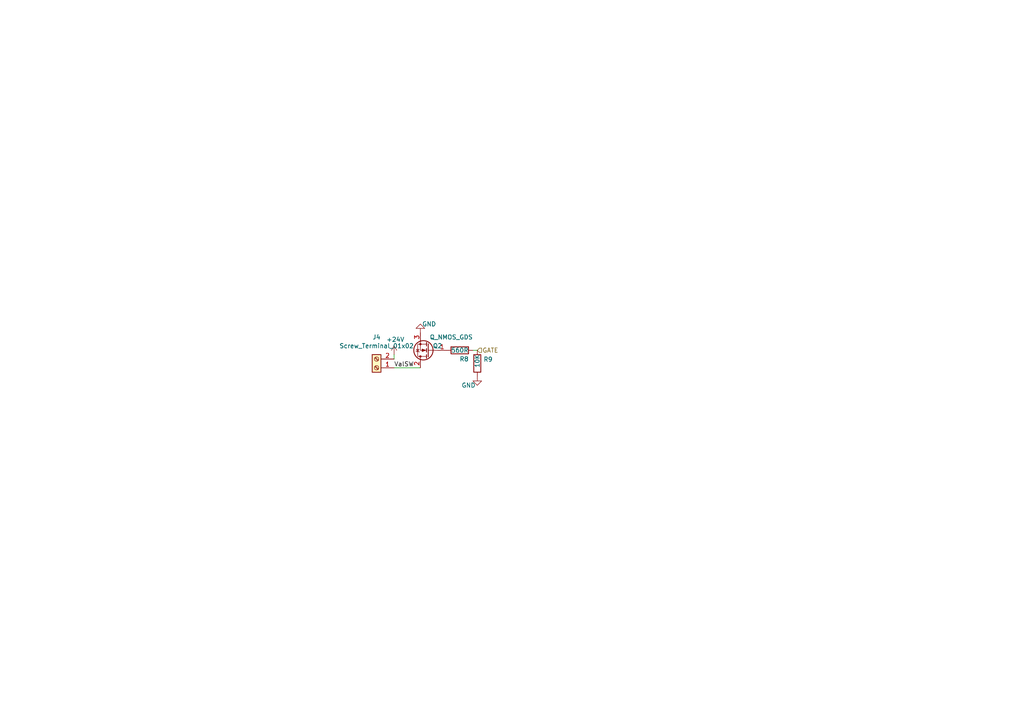
<source format=kicad_sch>
(kicad_sch (version 20211123) (generator eeschema)
  (paper "A4")
  (lib_symbols
    (symbol "Connector:Screw_Terminal_01x02" (pin_names (offset 1.016) hide)
      (property "Reference" "J" (at 0 2.54 0))
      (property "Value" "Screw_Terminal_01x02" (at 0 -5.08 0))
      (symbol "Screw_Terminal_01x02_1_1"
        (rectangle (start -1.27 1.27) (end 1.27 -3.81) (stroke (width 0.254)) (fill (type background)))
        (circle (center 0 -2.54) (radius 0.635) (stroke (width 0.1524)))
        (polyline (pts (xy -0.5334 -2.2098) (xy 0.3302 -3.048)) (stroke (width 0.1524)))
        (polyline (pts (xy -0.5334 0.3302) (xy 0.3302 -0.508)) (stroke (width 0.1524)))
        (polyline (pts (xy -0.3556 -2.032) (xy 0.508 -2.8702)) (stroke (width 0.1524)))
        (polyline (pts (xy -0.3556 0.508) (xy 0.508 -0.3302)) (stroke (width 0.1524)))
        (circle (center 0 0) (radius 0.635) (stroke (width 0.1524)))
        (pin passive line (at -5.08 0 0) (length 3.81) (name "Pin_1") (number "1"))
        (pin passive line (at -5.08 -2.54 0) (length 3.81) (name "Pin_2") (number "2"))
      )
    )
    (symbol "Device:Q_NMOS_GDS" (pin_names (offset 0) hide)
      (property "Reference" "Q" (at 5.08 1.27 0))
      (property "Value" "Q_NMOS_GDS" (at 5.08 -1.27 0))
      (symbol "Q_NMOS_GDS_0_1"
        (polyline (pts (xy 0.254 0) (xy -2.54 0)))
        (polyline (pts (xy 0.254 1.905) (xy 0.254 -1.905)) (stroke (width 0.254)))
        (polyline (pts (xy 0.762 -1.27) (xy 0.762 -2.286)) (stroke (width 0.254)))
        (polyline (pts (xy 0.762 0.508) (xy 0.762 -0.508)) (stroke (width 0.254)))
        (polyline (pts (xy 0.762 2.286) (xy 0.762 1.27)) (stroke (width 0.254)))
        (polyline (pts (xy 2.54 2.54) (xy 2.54 1.778)))
        (polyline (pts (xy 2.54 -2.54) (xy 2.54 0) (xy 0.762 0)))
        (polyline (pts (xy 0.762 -1.778) (xy 3.302 -1.778) (xy 3.302 1.778) (xy 0.762 1.778)))
        (polyline (pts (xy 1.016 0) (xy 2.032 0.381) (xy 2.032 -0.381) (xy 1.016 0)) (fill (type outline)))
        (polyline (pts (xy 2.794 0.508) (xy 2.921 0.381) (xy 3.683 0.381) (xy 3.81 0.254)))
        (polyline (pts (xy 3.302 0.381) (xy 2.921 -0.254) (xy 3.683 -0.254) (xy 3.302 0.381)))
        (circle (center 1.651 0) (radius 2.794) (stroke (width 0.254)))
        (circle (center 2.54 -1.778) (radius 0.254) (fill (type outline)))
        (circle (center 2.54 1.778) (radius 0.254) (fill (type outline)))
      )
      (symbol "Q_NMOS_GDS_1_1"
        (pin input line (at -5.08 0 0) (length 2.54) (name "G") (number "1"))
        (pin passive line (at 2.54 5.08 270) (length 2.54) (name "D") (number "2"))
        (pin passive line (at 2.54 -5.08 90) (length 2.54) (name "S") (number "3"))
      )
    )
    (symbol "Device:R" (pin_numbers hide) (pin_names (offset 0))
      (property "Reference" "R" (at 2.032 0 90))
      (property "Value" "R" (at 0 0 90))
      (symbol "R_0_1"
        (rectangle (start -1.016 -2.54) (end 1.016 2.54) (stroke (width 0.254)))
      )
      (symbol "R_1_1"
        (pin passive line (at 0 3.81 270) (length 1.27) (name "~") (number "1"))
        (pin passive line (at 0 -3.81 90) (length 1.27) (name "~") (number "2"))
      )
    )
    (symbol "power:+24V" (power) (pin_names (offset 0))
      (property "Value" "+24V" (at 0 3.556 0))
      (symbol "+24V_0_1"
        (polyline (pts (xy -0.762 1.27) (xy 0 2.54)))
        (polyline (pts (xy 0 0) (xy 0 2.54)))
        (polyline (pts (xy 0 2.54) (xy 0.762 1.27)))
      )
      (symbol "+24V_1_1"
        (pin power_in line (at 0 0 90) (length 0) hide (name "+24V") (number "1"))
      )
    )
    (symbol "power:GND" (power) (pin_names (offset 0))
      (property "Value" "GND" (at 0 -3.81 0))
      (symbol "GND_0_1"
        (polyline (pts (xy 0 0) (xy 0 -1.27) (xy 1.27 -1.27) (xy 0 -2.54) (xy -1.27 -1.27) (xy 0 -1.27)))
      )
      (symbol "GND_1_1"
        (pin power_in line (at 0 0 270) (length 0) hide (name "GND") (number "1"))
      )
    )
  )
  (wire (pts (xy 137.16 101.6) (xy 138.43 101.6)))
  (wire (pts (xy 114.3 102.87) (xy 114.3 104.14)))
  (wire (pts (xy 121.92 106.68) (xy 114.3 106.68)))
  (label "ValSW" (at 114.3 106.68 0))
  (hierarchical_label "GATE" (shape input) (at 138.43 101.6 0))
  (symbol (lib_id "Device:Q_NMOS_GDS") (at 124.46 101.6 180) (unit 1)
    (property "Reference" "Q2" (at 128.27 100.33 0) (effects (justify left)))
    (property "Value" "Q_NMOS_GDS" (at 137.16 97.79 0) (effects (justify left)))
    (property "Footprint" "Package_TO_SOT_THT:TO-220-3_Vertical" (effects hide))
  )
  (symbol (lib_id "power:GND") (at 121.92 96.52 180) (unit 1)
    (property "Reference" "#PWR038" (effects hide))
    (property "Value" "GND" (at 124.46 93.98 0))
  )
  (symbol (lib_id "power:+24V") (at 114.3 102.87 0) (unit 1)
    (property "Reference" "#PWR039" (effects hide))
    (property "Value" "+24V" (at 114.681 98.4758 0))
  )
  (symbol (lib_id "Device:R") (at 138.43 105.41 0) (unit 1)
    (property "Reference" "R9" (at 140.208 104.2416 0) (effects (justify left)))
    (property "Value" "10K" (at 138.43 106.68 90) (effects (justify left)))
    (property "Footprint" "Resistor_SMD:R_1206_3216Metric" (effects hide))
  )
  (symbol (lib_id "power:GND") (at 138.43 109.22 0) (unit 1)
    (property "Reference" "#PWR040" (effects hide))
    (property "Value" "GND" (at 135.89 111.76 0))
  )
  (symbol (lib_id "Device:R") (at 133.35 101.6 270) (unit 1)
    (property "Reference" "R8" (at 134.62 104.14 90))
    (property "Value" "560R" (at 133.35 101.6 90))
    (property "Footprint" "Resistor_SMD:R_1206_3216Metric" (effects hide))
  )
  (symbol (lib_id "Connector:Screw_Terminal_01x02") (at 109.22 106.68 180) (unit 1)
    (property "Reference" "J4" (at 109.22 97.79 0))
    (property "Value" "Screw_Terminal_01x02" (at 109.22 100.33 0))
    (property "Footprint" "TerminalBlock_Phoenix:TerminalBlock_Phoenix_MKDS-3-2-5.08_1x02_P5.08mm_Horizontal" (effects hide))
  )
)
</source>
